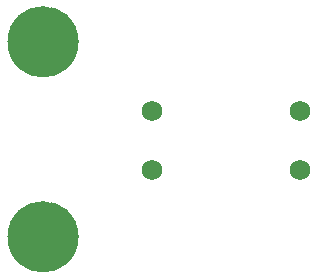
<source format=gbs>
%FSLAX23Y23*%
%MOIN*%
G70*
G01*
G75*
G04 Layer_Color=16711935*
%ADD10R,0.118X0.059*%
%ADD11R,0.118X0.039*%
%ADD12R,0.024X0.020*%
%ADD13C,0.010*%
%ADD14C,0.060*%
%ADD15C,0.236*%
%ADD16C,0.039*%
%ADD17C,0.005*%
%ADD18C,0.059*%
%ADD19R,0.126X0.067*%
%ADD20R,0.126X0.047*%
%ADD21R,0.032X0.028*%
%ADD22C,0.068*%
D15*
X170Y800D02*
D03*
Y150D02*
D03*
D16*
X259Y800D02*
D03*
X233Y737D02*
D03*
X170Y711D02*
D03*
X107Y737D02*
D03*
X81Y800D02*
D03*
X170Y889D02*
D03*
X233Y863D02*
D03*
X107D02*
D03*
X259Y150D02*
D03*
X233Y87D02*
D03*
X170Y61D02*
D03*
X107Y87D02*
D03*
X81Y150D02*
D03*
X170Y239D02*
D03*
X233Y213D02*
D03*
X107D02*
D03*
D18*
X259Y800D02*
G03*
X259Y800I-89J0D01*
G01*
Y150D02*
G03*
X259Y150I-89J0D01*
G01*
D22*
X534Y372D02*
D03*
X1026Y568D02*
D03*
Y372D02*
D03*
X534Y568D02*
D03*
M02*

</source>
